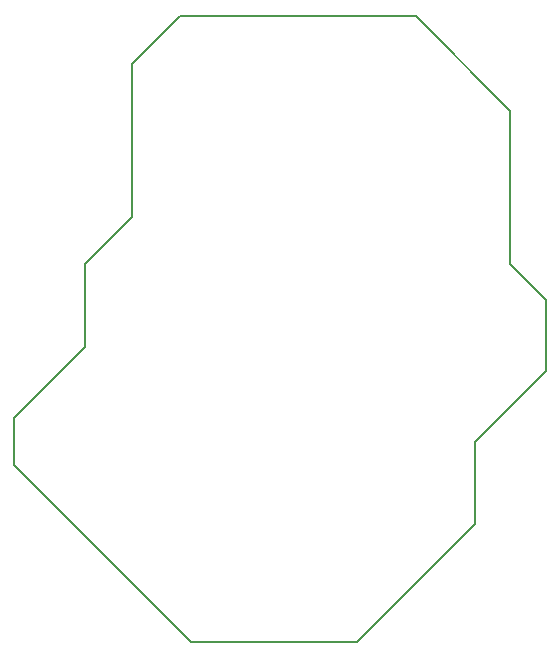
<source format=gbr>
G04 (created by PCBNEW (2013-07-07 BZR 4022)-stable) date 08/01/2014 16:20:29*
%MOIN*%
G04 Gerber Fmt 3.4, Leading zero omitted, Abs format*
%FSLAX34Y34*%
G01*
G70*
G90*
G04 APERTURE LIST*
%ADD10C,0.00393701*%
%ADD11C,0.00590551*%
G04 APERTURE END LIST*
G54D10*
G54D11*
X96850Y-50000D02*
X90944Y-44094D01*
X102362Y-50000D02*
X96850Y-50000D01*
X106299Y-46062D02*
X102362Y-50000D01*
X106299Y-43307D02*
X106299Y-46062D01*
X108661Y-40944D02*
X106299Y-43307D01*
X108661Y-38582D02*
X108661Y-40944D01*
X107480Y-37401D02*
X108661Y-38582D01*
X107480Y-32283D02*
X107480Y-37401D01*
X104330Y-29133D02*
X107480Y-32283D01*
X96456Y-29133D02*
X104330Y-29133D01*
X94881Y-30708D02*
X96456Y-29133D01*
X94881Y-35826D02*
X94881Y-30708D01*
X93307Y-37401D02*
X94881Y-35826D01*
X93307Y-40157D02*
X93307Y-37401D01*
X90944Y-42519D02*
X93307Y-40157D01*
X90944Y-44094D02*
X90944Y-42519D01*
M02*

</source>
